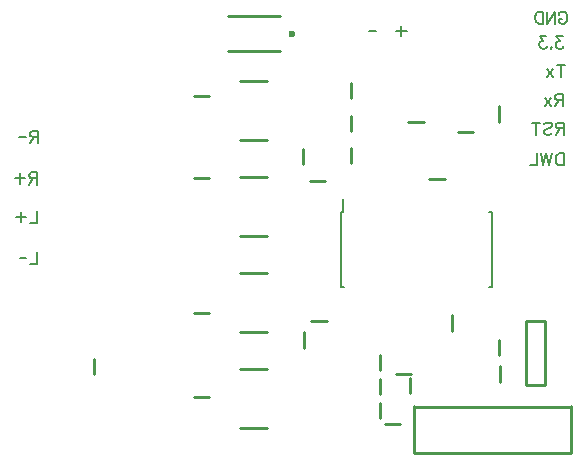
<source format=gbr>
G04 DipTrace 3.3.1.3*
G04 BottomSilk.gbr*
%MOIN*%
G04 #@! TF.FileFunction,Legend,Bot*
G04 #@! TF.Part,Single*
%ADD10C,0.009843*%
%ADD35C,0.023631*%
%ADD61C,0.005906*%
%ADD164C,0.006176*%
%FSLAX26Y26*%
G04*
G70*
G90*
G75*
G01*
G04 BotSilk*
%LPD*%
X3911437Y1403522D2*
D10*
X3962579D1*
X3718483Y1316909D2*
Y1265768D1*
X3815504Y574735D2*
Y625877D1*
X3718483Y1423209D2*
Y1372067D1*
Y1533445D2*
Y1482303D1*
X3815504Y494409D2*
Y545551D1*
X3815299Y414084D2*
Y465226D1*
X4214588Y624035D2*
Y675177D1*
X4127933Y1368131D2*
X4076791D1*
X4215098Y536055D2*
Y587197D1*
X3915333Y549193D2*
Y498051D1*
X3980781Y1212709D2*
X4031923D1*
X4214588Y1403563D2*
Y1454705D1*
X4057371Y758073D2*
Y706932D1*
X3632814Y1203982D2*
X3581672D1*
X3868130Y561003D2*
X3919272D1*
X3832697Y395648D2*
X3883839D1*
X3561003Y1312972D2*
Y1261831D1*
X3587923Y740177D2*
X3639064D1*
X3564260Y700642D2*
Y649500D1*
X3194902Y765727D2*
X3246043D1*
X3194902Y486199D2*
X3246043D1*
Y1490178D2*
X3194902D1*
X3246043Y1214588D2*
X3194902D1*
X2864194Y561043D2*
Y612185D1*
X3482282Y1753939D2*
X3309067D1*
X3482282Y1639764D2*
X3309067D1*
D35*
X3521652Y1696846D3*
X3928452Y453502D2*
D10*
X4454697D1*
X3929161Y299452D2*
Y453747D1*
X3928452Y297244D2*
X4454697D1*
Y299452D2*
Y453747D1*
X3440935Y898854D2*
X3350404D1*
X3440935Y702002D2*
X3350404D1*
X3440935Y578741D2*
X3350404D1*
X3440935Y381889D2*
X3350404D1*
X3440935Y1539081D2*
X3350404D1*
X3440935Y1342229D2*
X3350404D1*
X3440935Y1218968D2*
X3350404D1*
X3440935Y1022116D2*
X3350404D1*
X4366142Y525788D2*
Y738288D1*
X4303644Y525788D2*
X4366142D1*
X4303644D2*
Y738288D1*
X4366142D1*
X3687296Y1102488D2*
D61*
X3694155D1*
X3687296Y852472D2*
X3697404D1*
X4189222D2*
X4179113D1*
X4189222Y1102488D2*
X4179113D1*
X3687296D2*
Y852472D1*
X4189222Y1102488D2*
Y852472D1*
X3694155Y1102488D2*
Y1144795D1*
X4412244Y1760192D2*
D164*
X4414145Y1763995D1*
X4417992Y1767841D1*
X4421794Y1769743D1*
X4429443D1*
X4433290Y1767841D1*
X4437093Y1763995D1*
X4439038Y1760192D1*
X4440939Y1754444D1*
Y1744849D1*
X4439038Y1739146D1*
X4437093Y1735299D1*
X4433290Y1731496D1*
X4429443Y1729551D1*
X4421794D1*
X4417992Y1731496D1*
X4414145Y1735299D1*
X4412244Y1739146D1*
Y1744849D1*
X4421794D1*
X4373097Y1769743D2*
Y1729551D1*
X4399892Y1769743D1*
Y1729551D1*
X4360746Y1769743D2*
Y1729551D1*
X4347349D1*
X4341601Y1731496D1*
X4337754Y1735299D1*
X4335853Y1739146D1*
X4333951Y1744849D1*
Y1754444D1*
X4335853Y1760192D1*
X4337754Y1763995D1*
X4341601Y1767841D1*
X4347349Y1769743D1*
X4360746D1*
X4429127Y1380674D2*
X4411928D1*
X4406179Y1382619D1*
X4404234Y1384520D1*
X4402333Y1388323D1*
Y1392170D1*
X4404234Y1395972D1*
X4406179Y1397918D1*
X4411928Y1399819D1*
X4429127D1*
Y1359627D1*
X4415730Y1380674D2*
X4402333Y1359627D1*
X4363187Y1394071D2*
X4366989Y1397918D1*
X4372737Y1399819D1*
X4380387D1*
X4386135Y1397918D1*
X4389981Y1394071D1*
Y1390268D1*
X4388036Y1386422D1*
X4386135Y1384520D1*
X4382332Y1382619D1*
X4370836Y1378772D1*
X4366989Y1376871D1*
X4365088Y1374925D1*
X4363187Y1371123D1*
Y1365375D1*
X4366989Y1361572D1*
X4372737Y1359627D1*
X4380387D1*
X4386135Y1361572D1*
X4389981Y1365375D1*
X4337438Y1399819D2*
Y1359627D1*
X4350835Y1399819D2*
X4324041D1*
X4425282Y1687021D2*
X4404279D1*
X4415731Y1671723D1*
X4409983D1*
X4406180Y1669821D1*
X4404279Y1667920D1*
X4402334Y1662172D1*
Y1658370D1*
X4404279Y1652622D1*
X4408082Y1648775D1*
X4413830Y1646874D1*
X4419578D1*
X4425282Y1648775D1*
X4427183Y1650720D1*
X4429128Y1654523D1*
X4388081Y1650720D2*
X4389982Y1648775D1*
X4388081Y1646874D1*
X4386135Y1648775D1*
X4388081Y1650720D1*
X4369937Y1687021D2*
X4348935D1*
X4360387Y1671723D1*
X4354639D1*
X4350836Y1669821D1*
X4348935Y1667920D1*
X4346989Y1662172D1*
Y1658370D1*
X4348935Y1652622D1*
X4352737Y1648775D1*
X4358485Y1646874D1*
X4364234D1*
X4369937Y1648775D1*
X4371839Y1650720D1*
X4373784Y1654523D1*
X4429128Y1297302D2*
Y1257110D1*
X4415731D1*
X4409983Y1259055D1*
X4406136Y1262858D1*
X4404235Y1266705D1*
X4402334Y1272408D1*
Y1282003D1*
X4404235Y1287751D1*
X4406136Y1291554D1*
X4409983Y1295401D1*
X4415731Y1297302D1*
X4429128D1*
X4389982D2*
X4380388Y1257110D1*
X4370837Y1297302D1*
X4361286Y1257110D1*
X4351692Y1297302D1*
X4339340D2*
Y1257110D1*
X4316392D1*
X4419668Y1592577D2*
Y1552385D1*
X4433065Y1592577D2*
X4406271D1*
X4393919Y1579180D2*
X4372873Y1552385D1*
Y1579180D2*
X4393919Y1552385D1*
X4425191Y1475007D2*
X4407991D1*
X4402243Y1476952D1*
X4400298Y1478854D1*
X4398397Y1482656D1*
Y1486503D1*
X4400298Y1490305D1*
X4402243Y1492251D1*
X4407991Y1494152D1*
X4425191D1*
Y1453960D1*
X4411794Y1475007D2*
X4398397Y1453960D1*
X4386045Y1480755D2*
X4364999Y1453960D1*
Y1480755D2*
X4386045Y1453960D1*
X2672548Y1104898D2*
Y1064706D1*
X2649600D1*
X2620048Y1102001D2*
Y1067558D1*
X2637248Y1084757D2*
X2602804D1*
X2672547Y967257D2*
Y927065D1*
X2649600D1*
X2637248Y947139D2*
X2615140D1*
X2675518Y1352450D2*
X2658318D1*
X2652570Y1354396D1*
X2650624Y1356297D1*
X2648723Y1360100D1*
Y1363946D1*
X2650624Y1367749D1*
X2652570Y1369695D1*
X2658318Y1371596D1*
X2675518D1*
Y1331404D1*
X2662120Y1352450D2*
X2648723Y1331404D1*
X2636372Y1351478D2*
X2614264D1*
X2673076Y1214655D2*
X2655876D1*
X2650128Y1216601D1*
X2648182Y1218502D1*
X2646281Y1222304D1*
Y1226151D1*
X2648182Y1229954D1*
X2650128Y1231899D1*
X2655876Y1233801D1*
X2673076D1*
Y1193608D1*
X2659678Y1214655D2*
X2646281Y1193608D1*
X2616730Y1230904D2*
Y1196460D1*
X2633929Y1213660D2*
X2599485D1*
X3887765Y1723540D2*
Y1689096D1*
X3904965Y1706295D2*
X3870521D1*
X3802078Y1706318D2*
X3779970D1*
M02*

</source>
